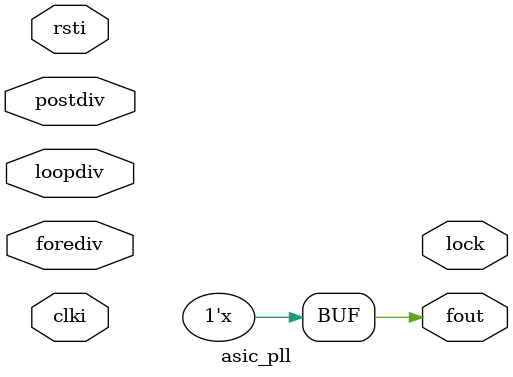
<source format=v>
module asic_pll
(
    input clki,
    input rsti,
    input [7:0]forediv,
    input [7:0]loopdiv,
    input [7:0]postdiv,
    output reg fout,
    output lock
);

initial begin
    fout=0;
end
always #5 fout=~fout;

endmodule

</source>
